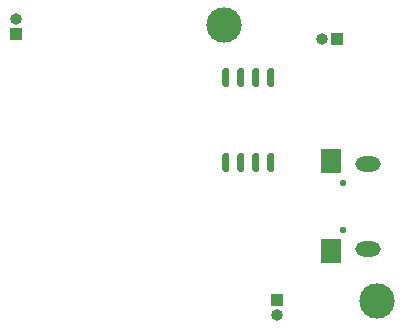
<source format=gbr>
%TF.GenerationSoftware,KiCad,Pcbnew,(5.1.10-1-10_14)*%
%TF.CreationDate,2021-09-22T20:59:13+02:00*%
%TF.ProjectId,Leo_muziekdoos,4c656f5f-6d75-47a6-9965-6b646f6f732e,rev?*%
%TF.SameCoordinates,Original*%
%TF.FileFunction,Soldermask,Bot*%
%TF.FilePolarity,Negative*%
%FSLAX46Y46*%
G04 Gerber Fmt 4.6, Leading zero omitted, Abs format (unit mm)*
G04 Created by KiCad (PCBNEW (5.1.10-1-10_14)) date 2021-09-22 20:59:13*
%MOMM*%
%LPD*%
G01*
G04 APERTURE LIST*
%ADD10O,1.000000X1.000000*%
%ADD11R,1.000000X1.000000*%
%ADD12C,3.000000*%
%ADD13R,1.800000X2.000000*%
%ADD14O,2.150000X1.300000*%
%ADD15C,0.550000*%
G04 APERTURE END LIST*
D10*
%TO.C,J3*%
X77762100Y-66548000D03*
D11*
X79032100Y-66548000D03*
%TD*%
D10*
%TO.C,J1*%
X73952100Y-89928700D03*
D11*
X73952100Y-88658700D03*
%TD*%
D12*
%TO.C,M2*%
X82397600Y-88696800D03*
%TD*%
D10*
%TO.C,J4*%
X51816000Y-64820800D03*
D11*
X51816000Y-66090800D03*
%TD*%
D13*
%TO.C,J2*%
X78539100Y-84495800D03*
D14*
X81699100Y-84295800D03*
D13*
X78539100Y-76895800D03*
D14*
X81699100Y-77095800D03*
D15*
X79549100Y-82695800D03*
X79549100Y-78695800D03*
%TD*%
%TO.C,U6*%
G36*
G01*
X73581400Y-70593300D02*
X73281400Y-70593300D01*
G75*
G02*
X73131400Y-70443300I0J150000D01*
G01*
X73131400Y-69143300D01*
G75*
G02*
X73281400Y-68993300I150000J0D01*
G01*
X73581400Y-68993300D01*
G75*
G02*
X73731400Y-69143300I0J-150000D01*
G01*
X73731400Y-70443300D01*
G75*
G02*
X73581400Y-70593300I-150000J0D01*
G01*
G37*
G36*
G01*
X72311400Y-70593300D02*
X72011400Y-70593300D01*
G75*
G02*
X71861400Y-70443300I0J150000D01*
G01*
X71861400Y-69143300D01*
G75*
G02*
X72011400Y-68993300I150000J0D01*
G01*
X72311400Y-68993300D01*
G75*
G02*
X72461400Y-69143300I0J-150000D01*
G01*
X72461400Y-70443300D01*
G75*
G02*
X72311400Y-70593300I-150000J0D01*
G01*
G37*
G36*
G01*
X71041400Y-70593300D02*
X70741400Y-70593300D01*
G75*
G02*
X70591400Y-70443300I0J150000D01*
G01*
X70591400Y-69143300D01*
G75*
G02*
X70741400Y-68993300I150000J0D01*
G01*
X71041400Y-68993300D01*
G75*
G02*
X71191400Y-69143300I0J-150000D01*
G01*
X71191400Y-70443300D01*
G75*
G02*
X71041400Y-70593300I-150000J0D01*
G01*
G37*
G36*
G01*
X69771400Y-70593300D02*
X69471400Y-70593300D01*
G75*
G02*
X69321400Y-70443300I0J150000D01*
G01*
X69321400Y-69143300D01*
G75*
G02*
X69471400Y-68993300I150000J0D01*
G01*
X69771400Y-68993300D01*
G75*
G02*
X69921400Y-69143300I0J-150000D01*
G01*
X69921400Y-70443300D01*
G75*
G02*
X69771400Y-70593300I-150000J0D01*
G01*
G37*
G36*
G01*
X69771400Y-77793300D02*
X69471400Y-77793300D01*
G75*
G02*
X69321400Y-77643300I0J150000D01*
G01*
X69321400Y-76343300D01*
G75*
G02*
X69471400Y-76193300I150000J0D01*
G01*
X69771400Y-76193300D01*
G75*
G02*
X69921400Y-76343300I0J-150000D01*
G01*
X69921400Y-77643300D01*
G75*
G02*
X69771400Y-77793300I-150000J0D01*
G01*
G37*
G36*
G01*
X71041400Y-77793300D02*
X70741400Y-77793300D01*
G75*
G02*
X70591400Y-77643300I0J150000D01*
G01*
X70591400Y-76343300D01*
G75*
G02*
X70741400Y-76193300I150000J0D01*
G01*
X71041400Y-76193300D01*
G75*
G02*
X71191400Y-76343300I0J-150000D01*
G01*
X71191400Y-77643300D01*
G75*
G02*
X71041400Y-77793300I-150000J0D01*
G01*
G37*
G36*
G01*
X72311400Y-77793300D02*
X72011400Y-77793300D01*
G75*
G02*
X71861400Y-77643300I0J150000D01*
G01*
X71861400Y-76343300D01*
G75*
G02*
X72011400Y-76193300I150000J0D01*
G01*
X72311400Y-76193300D01*
G75*
G02*
X72461400Y-76343300I0J-150000D01*
G01*
X72461400Y-77643300D01*
G75*
G02*
X72311400Y-77793300I-150000J0D01*
G01*
G37*
G36*
G01*
X73581400Y-77793300D02*
X73281400Y-77793300D01*
G75*
G02*
X73131400Y-77643300I0J150000D01*
G01*
X73131400Y-76343300D01*
G75*
G02*
X73281400Y-76193300I150000J0D01*
G01*
X73581400Y-76193300D01*
G75*
G02*
X73731400Y-76343300I0J-150000D01*
G01*
X73731400Y-77643300D01*
G75*
G02*
X73581400Y-77793300I-150000J0D01*
G01*
G37*
%TD*%
D12*
%TO.C,M1*%
X69450000Y-65370000D03*
%TD*%
M02*

</source>
